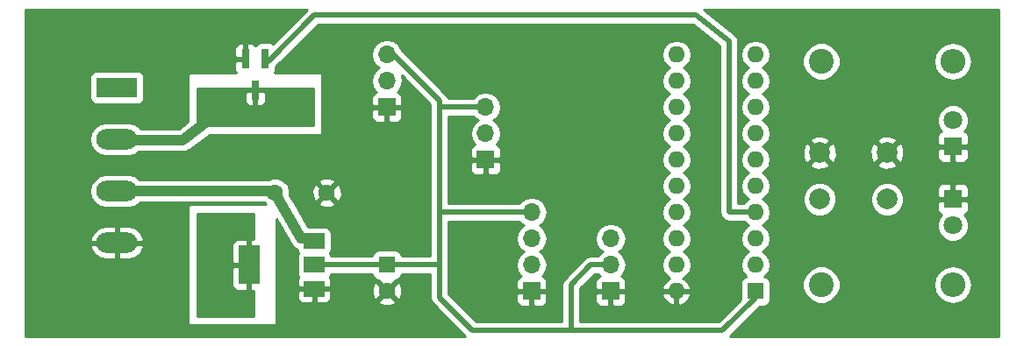
<source format=gbr>
G04 #@! TF.FileFunction,Copper,L1,Top,Signal*
%FSLAX46Y46*%
G04 Gerber Fmt 4.6, Leading zero omitted, Abs format (unit mm)*
G04 Created by KiCad (PCBNEW 4.0.6+dfsg1-1) date Thu Feb 22 09:11:03 2018*
%MOMM*%
%LPD*%
G01*
G04 APERTURE LIST*
%ADD10C,0.100000*%
%ADD11R,2.000000X3.800000*%
%ADD12R,2.000000X1.500000*%
%ADD13R,1.600000X1.600000*%
%ADD14C,1.600000*%
%ADD15R,1.800000X1.800000*%
%ADD16C,1.800000*%
%ADD17R,1.700000X1.700000*%
%ADD18O,1.700000X1.700000*%
%ADD19R,3.960000X1.980000*%
%ADD20O,3.960000X1.980000*%
%ADD21R,0.800000X1.900000*%
%ADD22C,2.400000*%
%ADD23O,2.400000X2.400000*%
%ADD24C,2.000000*%
%ADD25O,1.600000X1.600000*%
%ADD26C,0.500000*%
%ADD27C,1.000000*%
%ADD28C,0.254000*%
G04 APERTURE END LIST*
D10*
D11*
X128930000Y-126365000D03*
D12*
X135230000Y-126365000D03*
X135230000Y-124065000D03*
X135230000Y-128665000D03*
D13*
X142240000Y-126365000D03*
D14*
X142240000Y-128865000D03*
D15*
X196850000Y-114935000D03*
D16*
X196850000Y-112395000D03*
D15*
X196850000Y-120015000D03*
D16*
X196850000Y-122555000D03*
D17*
X151765000Y-116205000D03*
D18*
X151765000Y-113665000D03*
X151765000Y-111125000D03*
D17*
X142240000Y-111125000D03*
D18*
X142240000Y-108585000D03*
X142240000Y-106045000D03*
D17*
X156210000Y-128905000D03*
D18*
X156210000Y-126365000D03*
X156210000Y-123825000D03*
X156210000Y-121285000D03*
D17*
X163830000Y-128905000D03*
D18*
X163830000Y-126365000D03*
X163830000Y-123825000D03*
D19*
X116205000Y-109220000D03*
D20*
X116205000Y-114220000D03*
X116205000Y-124220000D03*
X116205000Y-119220000D03*
D21*
X130490000Y-106450000D03*
X128590000Y-106450000D03*
X129540000Y-109450000D03*
D22*
X184150000Y-106680000D03*
D23*
X196850000Y-106680000D03*
D22*
X184150000Y-128270000D03*
D23*
X196850000Y-128270000D03*
D24*
X190500000Y-115515000D03*
X190500000Y-120015000D03*
X184000000Y-115515000D03*
X184000000Y-120015000D03*
D13*
X177800000Y-128905000D03*
D25*
X170180000Y-106045000D03*
X177800000Y-126365000D03*
X170180000Y-108585000D03*
X177800000Y-123825000D03*
X170180000Y-111125000D03*
X177800000Y-121285000D03*
X170180000Y-113665000D03*
X177800000Y-118745000D03*
X170180000Y-116205000D03*
X177800000Y-116205000D03*
X170180000Y-118745000D03*
X177800000Y-113665000D03*
X170180000Y-121285000D03*
X177800000Y-111125000D03*
X170180000Y-123825000D03*
X177800000Y-108585000D03*
X170180000Y-126365000D03*
X177800000Y-106045000D03*
X170180000Y-128905000D03*
D14*
X131445000Y-119380000D03*
X136445000Y-119380000D03*
D26*
X160020000Y-132715000D02*
X160020000Y-128270000D01*
X147320000Y-110490000D02*
X147320000Y-111125000D01*
X147320000Y-111125000D02*
X147955000Y-111125000D01*
X151765000Y-111125000D02*
X147955000Y-111125000D01*
X147955000Y-111125000D02*
X147320000Y-111125000D01*
X142240000Y-126365000D02*
X135230000Y-126365000D01*
X142240000Y-126365000D02*
X147320000Y-126365000D01*
X147320000Y-126365000D02*
X147320000Y-125730000D01*
X161925000Y-126365000D02*
X163830000Y-126365000D01*
X160020000Y-128270000D02*
X161925000Y-126365000D01*
X156210000Y-121285000D02*
X147320000Y-121285000D01*
X147320000Y-121285000D02*
X147320000Y-121920000D01*
X160020000Y-132715000D02*
X150495000Y-132715000D01*
X147320000Y-111125000D02*
X147320000Y-114300000D01*
X147320000Y-114300000D02*
X147320000Y-121920000D01*
X147320000Y-121920000D02*
X147320000Y-125730000D01*
X147320000Y-125730000D02*
X147320000Y-129540000D01*
X147320000Y-110490000D02*
X142875000Y-106045000D01*
X150495000Y-132715000D02*
X147320000Y-129540000D01*
X142240000Y-106045000D02*
X142875000Y-106045000D01*
X177800000Y-128905000D02*
X177800000Y-129540000D01*
X177800000Y-129540000D02*
X174625000Y-132715000D01*
X174625000Y-132715000D02*
X160020000Y-132715000D01*
X142040000Y-128665000D02*
X142240000Y-128865000D01*
D27*
X125095000Y-112395000D02*
X122555000Y-114300000D01*
X122555000Y-114300000D02*
X122555000Y-114300000D01*
X122555000Y-114300000D02*
X116285000Y-114300000D01*
X116285000Y-114300000D02*
X116205000Y-114220000D01*
D26*
X129540000Y-109450000D02*
X129540000Y-109855000D01*
X175260000Y-104775000D02*
X172085000Y-102235000D01*
X172085000Y-102235000D02*
X135255000Y-102235000D01*
X177800000Y-121285000D02*
X175260000Y-121285000D01*
X175260000Y-104775000D02*
X175260000Y-121285000D01*
X135255000Y-102235000D02*
X130810000Y-106680000D01*
X130810000Y-106680000D02*
X130490000Y-106450000D01*
D27*
X131445000Y-119380000D02*
X133985000Y-123825000D01*
X133985000Y-123825000D02*
X134990000Y-123825000D01*
D26*
X134990000Y-123825000D02*
X135230000Y-124065000D01*
D27*
X116205000Y-119220000D02*
X131285000Y-119220000D01*
D26*
X131285000Y-119220000D02*
X131445000Y-119380000D01*
X135230000Y-124065000D02*
X135230000Y-123800000D01*
D28*
G36*
X135128000Y-112903000D02*
X123952000Y-112903000D01*
X123952000Y-109735750D01*
X128505000Y-109735750D01*
X128505000Y-110526309D01*
X128601673Y-110759698D01*
X128780301Y-110938327D01*
X129013690Y-111035000D01*
X129254250Y-111035000D01*
X129413000Y-110876250D01*
X129413000Y-109577000D01*
X129667000Y-109577000D01*
X129667000Y-110876250D01*
X129825750Y-111035000D01*
X130066310Y-111035000D01*
X130299699Y-110938327D01*
X130478327Y-110759698D01*
X130575000Y-110526309D01*
X130575000Y-109735750D01*
X130416250Y-109577000D01*
X129667000Y-109577000D01*
X129413000Y-109577000D01*
X128663750Y-109577000D01*
X128505000Y-109735750D01*
X123952000Y-109735750D01*
X123952000Y-109347000D01*
X135128000Y-109347000D01*
X135128000Y-112903000D01*
X135128000Y-112903000D01*
G37*
X135128000Y-112903000D02*
X123952000Y-112903000D01*
X123952000Y-109735750D01*
X128505000Y-109735750D01*
X128505000Y-110526309D01*
X128601673Y-110759698D01*
X128780301Y-110938327D01*
X129013690Y-111035000D01*
X129254250Y-111035000D01*
X129413000Y-110876250D01*
X129413000Y-109577000D01*
X129667000Y-109577000D01*
X129667000Y-110876250D01*
X129825750Y-111035000D01*
X130066310Y-111035000D01*
X130299699Y-110938327D01*
X130478327Y-110759698D01*
X130575000Y-110526309D01*
X130575000Y-109735750D01*
X130416250Y-109577000D01*
X129667000Y-109577000D01*
X129413000Y-109577000D01*
X128663750Y-109577000D01*
X128505000Y-109735750D01*
X123952000Y-109735750D01*
X123952000Y-109347000D01*
X135128000Y-109347000D01*
X135128000Y-112903000D01*
G36*
X131256525Y-104981896D02*
X131141890Y-104903569D01*
X130890000Y-104852560D01*
X130090000Y-104852560D01*
X129854683Y-104896838D01*
X129638559Y-105035910D01*
X129543010Y-105175750D01*
X129528327Y-105140302D01*
X129349699Y-104961673D01*
X129116310Y-104865000D01*
X128875750Y-104865000D01*
X128717000Y-105023750D01*
X128717000Y-106323000D01*
X128737000Y-106323000D01*
X128737000Y-106577000D01*
X128717000Y-106577000D01*
X128717000Y-106597000D01*
X128463000Y-106597000D01*
X128463000Y-106577000D01*
X127713750Y-106577000D01*
X127555000Y-106735750D01*
X127555000Y-107526309D01*
X127651673Y-107759698D01*
X127714975Y-107823000D01*
X123190000Y-107823000D01*
X123140590Y-107833006D01*
X123098965Y-107861447D01*
X123071685Y-107903841D01*
X123063000Y-107950000D01*
X123063000Y-112500250D01*
X122176667Y-113165000D01*
X118458121Y-113165000D01*
X118395280Y-113070951D01*
X117868092Y-112718696D01*
X117246231Y-112595000D01*
X115163769Y-112595000D01*
X114541908Y-112718696D01*
X114014720Y-113070951D01*
X113662465Y-113598139D01*
X113538769Y-114220000D01*
X113662465Y-114841861D01*
X114014720Y-115369049D01*
X114541908Y-115721304D01*
X115163769Y-115845000D01*
X117246231Y-115845000D01*
X117868092Y-115721304D01*
X118296577Y-115435000D01*
X122555000Y-115435000D01*
X122694582Y-115407235D01*
X122836685Y-115399490D01*
X122909808Y-115364424D01*
X122989346Y-115348603D01*
X123107676Y-115269537D01*
X123236000Y-115208000D01*
X125124000Y-113792000D01*
X135890000Y-113792000D01*
X135939410Y-113781994D01*
X135981035Y-113753553D01*
X136008315Y-113711159D01*
X136017000Y-113665000D01*
X136017000Y-111410750D01*
X140755000Y-111410750D01*
X140755000Y-112101310D01*
X140851673Y-112334699D01*
X141030302Y-112513327D01*
X141263691Y-112610000D01*
X141954250Y-112610000D01*
X142113000Y-112451250D01*
X142113000Y-111252000D01*
X142367000Y-111252000D01*
X142367000Y-112451250D01*
X142525750Y-112610000D01*
X143216309Y-112610000D01*
X143449698Y-112513327D01*
X143628327Y-112334699D01*
X143725000Y-112101310D01*
X143725000Y-111410750D01*
X143566250Y-111252000D01*
X142367000Y-111252000D01*
X142113000Y-111252000D01*
X140913750Y-111252000D01*
X140755000Y-111410750D01*
X136017000Y-111410750D01*
X136017000Y-107950000D01*
X136006994Y-107900590D01*
X135978553Y-107858965D01*
X135936159Y-107831685D01*
X135890000Y-107823000D01*
X131369517Y-107823000D01*
X131486431Y-107651890D01*
X131537440Y-107400000D01*
X131537440Y-107204140D01*
X135621579Y-103120000D01*
X171774559Y-103120000D01*
X174375000Y-105200353D01*
X174375000Y-121285000D01*
X174442367Y-121623675D01*
X174634210Y-121910790D01*
X174921325Y-122102633D01*
X175260000Y-122170000D01*
X176670527Y-122170000D01*
X176757189Y-122299698D01*
X177139275Y-122555000D01*
X176757189Y-122810302D01*
X176446120Y-123275849D01*
X176336887Y-123825000D01*
X176446120Y-124374151D01*
X176757189Y-124839698D01*
X177139275Y-125095000D01*
X176757189Y-125350302D01*
X176446120Y-125815849D01*
X176336887Y-126365000D01*
X176446120Y-126914151D01*
X176757189Y-127379698D01*
X176901465Y-127476101D01*
X176764683Y-127501838D01*
X176548559Y-127640910D01*
X176403569Y-127853110D01*
X176352560Y-128105000D01*
X176352560Y-129705000D01*
X176357447Y-129730973D01*
X174258420Y-131830000D01*
X160905000Y-131830000D01*
X160905000Y-129190750D01*
X162345000Y-129190750D01*
X162345000Y-129881310D01*
X162441673Y-130114699D01*
X162620302Y-130293327D01*
X162853691Y-130390000D01*
X163544250Y-130390000D01*
X163703000Y-130231250D01*
X163703000Y-129032000D01*
X163957000Y-129032000D01*
X163957000Y-130231250D01*
X164115750Y-130390000D01*
X164806309Y-130390000D01*
X165039698Y-130293327D01*
X165218327Y-130114699D01*
X165315000Y-129881310D01*
X165315000Y-129254039D01*
X168788096Y-129254039D01*
X168948959Y-129642423D01*
X169324866Y-130057389D01*
X169830959Y-130296914D01*
X170053000Y-130175629D01*
X170053000Y-129032000D01*
X170307000Y-129032000D01*
X170307000Y-130175629D01*
X170529041Y-130296914D01*
X171035134Y-130057389D01*
X171411041Y-129642423D01*
X171571904Y-129254039D01*
X171449915Y-129032000D01*
X170307000Y-129032000D01*
X170053000Y-129032000D01*
X168910085Y-129032000D01*
X168788096Y-129254039D01*
X165315000Y-129254039D01*
X165315000Y-129190750D01*
X165156250Y-129032000D01*
X163957000Y-129032000D01*
X163703000Y-129032000D01*
X162503750Y-129032000D01*
X162345000Y-129190750D01*
X160905000Y-129190750D01*
X160905000Y-128636580D01*
X162291579Y-127250000D01*
X162640568Y-127250000D01*
X162750853Y-127415054D01*
X162794777Y-127444403D01*
X162620302Y-127516673D01*
X162441673Y-127695301D01*
X162345000Y-127928690D01*
X162345000Y-128619250D01*
X162503750Y-128778000D01*
X163703000Y-128778000D01*
X163703000Y-128758000D01*
X163957000Y-128758000D01*
X163957000Y-128778000D01*
X165156250Y-128778000D01*
X165315000Y-128619250D01*
X165315000Y-127928690D01*
X165218327Y-127695301D01*
X165039698Y-127516673D01*
X164865223Y-127444403D01*
X164909147Y-127415054D01*
X165231054Y-126933285D01*
X165344093Y-126365000D01*
X165231054Y-125796715D01*
X164909147Y-125314946D01*
X164579974Y-125095000D01*
X164909147Y-124875054D01*
X165231054Y-124393285D01*
X165344093Y-123825000D01*
X165231054Y-123256715D01*
X164909147Y-122774946D01*
X164427378Y-122453039D01*
X163859093Y-122340000D01*
X163800907Y-122340000D01*
X163232622Y-122453039D01*
X162750853Y-122774946D01*
X162428946Y-123256715D01*
X162315907Y-123825000D01*
X162428946Y-124393285D01*
X162750853Y-124875054D01*
X163080026Y-125095000D01*
X162750853Y-125314946D01*
X162640568Y-125480000D01*
X161925005Y-125480000D01*
X161925000Y-125479999D01*
X161642516Y-125536190D01*
X161586325Y-125547367D01*
X161299210Y-125739210D01*
X161299208Y-125739213D01*
X159394210Y-127644210D01*
X159202367Y-127931325D01*
X159202367Y-127931326D01*
X159134999Y-128270000D01*
X159135000Y-128270005D01*
X159135000Y-131830000D01*
X150861579Y-131830000D01*
X148222330Y-129190750D01*
X154725000Y-129190750D01*
X154725000Y-129881310D01*
X154821673Y-130114699D01*
X155000302Y-130293327D01*
X155233691Y-130390000D01*
X155924250Y-130390000D01*
X156083000Y-130231250D01*
X156083000Y-129032000D01*
X156337000Y-129032000D01*
X156337000Y-130231250D01*
X156495750Y-130390000D01*
X157186309Y-130390000D01*
X157419698Y-130293327D01*
X157598327Y-130114699D01*
X157695000Y-129881310D01*
X157695000Y-129190750D01*
X157536250Y-129032000D01*
X156337000Y-129032000D01*
X156083000Y-129032000D01*
X154883750Y-129032000D01*
X154725000Y-129190750D01*
X148222330Y-129190750D01*
X148205000Y-129173420D01*
X148205000Y-122170000D01*
X155020568Y-122170000D01*
X155130853Y-122335054D01*
X155460026Y-122555000D01*
X155130853Y-122774946D01*
X154808946Y-123256715D01*
X154695907Y-123825000D01*
X154808946Y-124393285D01*
X155130853Y-124875054D01*
X155460026Y-125095000D01*
X155130853Y-125314946D01*
X154808946Y-125796715D01*
X154695907Y-126365000D01*
X154808946Y-126933285D01*
X155130853Y-127415054D01*
X155174777Y-127444403D01*
X155000302Y-127516673D01*
X154821673Y-127695301D01*
X154725000Y-127928690D01*
X154725000Y-128619250D01*
X154883750Y-128778000D01*
X156083000Y-128778000D01*
X156083000Y-128758000D01*
X156337000Y-128758000D01*
X156337000Y-128778000D01*
X157536250Y-128778000D01*
X157695000Y-128619250D01*
X157695000Y-127928690D01*
X157598327Y-127695301D01*
X157419698Y-127516673D01*
X157245223Y-127444403D01*
X157289147Y-127415054D01*
X157611054Y-126933285D01*
X157724093Y-126365000D01*
X157611054Y-125796715D01*
X157289147Y-125314946D01*
X156959974Y-125095000D01*
X157289147Y-124875054D01*
X157611054Y-124393285D01*
X157724093Y-123825000D01*
X157611054Y-123256715D01*
X157289147Y-122774946D01*
X156959974Y-122555000D01*
X157289147Y-122335054D01*
X157611054Y-121853285D01*
X157724093Y-121285000D01*
X157611054Y-120716715D01*
X157289147Y-120234946D01*
X156807378Y-119913039D01*
X156239093Y-119800000D01*
X156180907Y-119800000D01*
X155612622Y-119913039D01*
X155130853Y-120234946D01*
X155020568Y-120400000D01*
X148205000Y-120400000D01*
X148205000Y-116490750D01*
X150280000Y-116490750D01*
X150280000Y-117181310D01*
X150376673Y-117414699D01*
X150555302Y-117593327D01*
X150788691Y-117690000D01*
X151479250Y-117690000D01*
X151638000Y-117531250D01*
X151638000Y-116332000D01*
X151892000Y-116332000D01*
X151892000Y-117531250D01*
X152050750Y-117690000D01*
X152741309Y-117690000D01*
X152974698Y-117593327D01*
X153153327Y-117414699D01*
X153250000Y-117181310D01*
X153250000Y-116490750D01*
X153091250Y-116332000D01*
X151892000Y-116332000D01*
X151638000Y-116332000D01*
X150438750Y-116332000D01*
X150280000Y-116490750D01*
X148205000Y-116490750D01*
X148205000Y-112010000D01*
X150575568Y-112010000D01*
X150685853Y-112175054D01*
X151015026Y-112395000D01*
X150685853Y-112614946D01*
X150363946Y-113096715D01*
X150250907Y-113665000D01*
X150363946Y-114233285D01*
X150685853Y-114715054D01*
X150729777Y-114744403D01*
X150555302Y-114816673D01*
X150376673Y-114995301D01*
X150280000Y-115228690D01*
X150280000Y-115919250D01*
X150438750Y-116078000D01*
X151638000Y-116078000D01*
X151638000Y-116058000D01*
X151892000Y-116058000D01*
X151892000Y-116078000D01*
X153091250Y-116078000D01*
X153250000Y-115919250D01*
X153250000Y-115228690D01*
X153153327Y-114995301D01*
X152974698Y-114816673D01*
X152800223Y-114744403D01*
X152844147Y-114715054D01*
X153166054Y-114233285D01*
X153279093Y-113665000D01*
X153166054Y-113096715D01*
X152844147Y-112614946D01*
X152514974Y-112395000D01*
X152844147Y-112175054D01*
X153166054Y-111693285D01*
X153279093Y-111125000D01*
X153166054Y-110556715D01*
X152844147Y-110074946D01*
X152362378Y-109753039D01*
X151794093Y-109640000D01*
X151735907Y-109640000D01*
X151167622Y-109753039D01*
X150685853Y-110074946D01*
X150575568Y-110240000D01*
X148155272Y-110240000D01*
X148137633Y-110151325D01*
X148086598Y-110074946D01*
X147945790Y-109864210D01*
X147945787Y-109864208D01*
X144126580Y-106045000D01*
X168716887Y-106045000D01*
X168826120Y-106594151D01*
X169137189Y-107059698D01*
X169519275Y-107315000D01*
X169137189Y-107570302D01*
X168826120Y-108035849D01*
X168716887Y-108585000D01*
X168826120Y-109134151D01*
X169137189Y-109599698D01*
X169519275Y-109855000D01*
X169137189Y-110110302D01*
X168826120Y-110575849D01*
X168716887Y-111125000D01*
X168826120Y-111674151D01*
X169137189Y-112139698D01*
X169519275Y-112395000D01*
X169137189Y-112650302D01*
X168826120Y-113115849D01*
X168716887Y-113665000D01*
X168826120Y-114214151D01*
X169137189Y-114679698D01*
X169519275Y-114935000D01*
X169137189Y-115190302D01*
X168826120Y-115655849D01*
X168716887Y-116205000D01*
X168826120Y-116754151D01*
X169137189Y-117219698D01*
X169519275Y-117475000D01*
X169137189Y-117730302D01*
X168826120Y-118195849D01*
X168716887Y-118745000D01*
X168826120Y-119294151D01*
X169137189Y-119759698D01*
X169519275Y-120015000D01*
X169137189Y-120270302D01*
X168826120Y-120735849D01*
X168716887Y-121285000D01*
X168826120Y-121834151D01*
X169137189Y-122299698D01*
X169519275Y-122555000D01*
X169137189Y-122810302D01*
X168826120Y-123275849D01*
X168716887Y-123825000D01*
X168826120Y-124374151D01*
X169137189Y-124839698D01*
X169519275Y-125095000D01*
X169137189Y-125350302D01*
X168826120Y-125815849D01*
X168716887Y-126365000D01*
X168826120Y-126914151D01*
X169137189Y-127379698D01*
X169541703Y-127649986D01*
X169324866Y-127752611D01*
X168948959Y-128167577D01*
X168788096Y-128555961D01*
X168910085Y-128778000D01*
X170053000Y-128778000D01*
X170053000Y-128758000D01*
X170307000Y-128758000D01*
X170307000Y-128778000D01*
X171449915Y-128778000D01*
X171571904Y-128555961D01*
X171411041Y-128167577D01*
X171035134Y-127752611D01*
X170818297Y-127649986D01*
X171222811Y-127379698D01*
X171533880Y-126914151D01*
X171643113Y-126365000D01*
X171533880Y-125815849D01*
X171222811Y-125350302D01*
X170840725Y-125095000D01*
X171222811Y-124839698D01*
X171533880Y-124374151D01*
X171643113Y-123825000D01*
X171533880Y-123275849D01*
X171222811Y-122810302D01*
X170840725Y-122555000D01*
X171222811Y-122299698D01*
X171533880Y-121834151D01*
X171643113Y-121285000D01*
X171533880Y-120735849D01*
X171222811Y-120270302D01*
X170840725Y-120015000D01*
X171222811Y-119759698D01*
X171533880Y-119294151D01*
X171643113Y-118745000D01*
X171533880Y-118195849D01*
X171222811Y-117730302D01*
X170840725Y-117475000D01*
X171222811Y-117219698D01*
X171533880Y-116754151D01*
X171643113Y-116205000D01*
X171533880Y-115655849D01*
X171222811Y-115190302D01*
X170840725Y-114935000D01*
X171222811Y-114679698D01*
X171533880Y-114214151D01*
X171643113Y-113665000D01*
X171533880Y-113115849D01*
X171222811Y-112650302D01*
X170840725Y-112395000D01*
X171222811Y-112139698D01*
X171533880Y-111674151D01*
X171643113Y-111125000D01*
X171533880Y-110575849D01*
X171222811Y-110110302D01*
X170840725Y-109855000D01*
X171222811Y-109599698D01*
X171533880Y-109134151D01*
X171643113Y-108585000D01*
X171533880Y-108035849D01*
X171222811Y-107570302D01*
X170840725Y-107315000D01*
X171222811Y-107059698D01*
X171533880Y-106594151D01*
X171643113Y-106045000D01*
X171533880Y-105495849D01*
X171222811Y-105030302D01*
X170757264Y-104719233D01*
X170208113Y-104610000D01*
X170151887Y-104610000D01*
X169602736Y-104719233D01*
X169137189Y-105030302D01*
X168826120Y-105495849D01*
X168716887Y-106045000D01*
X144126580Y-106045000D01*
X143661603Y-105580023D01*
X143641054Y-105476715D01*
X143319147Y-104994946D01*
X142837378Y-104673039D01*
X142269093Y-104560000D01*
X142210907Y-104560000D01*
X141642622Y-104673039D01*
X141160853Y-104994946D01*
X140838946Y-105476715D01*
X140725907Y-106045000D01*
X140838946Y-106613285D01*
X141160853Y-107095054D01*
X141490026Y-107315000D01*
X141160853Y-107534946D01*
X140838946Y-108016715D01*
X140725907Y-108585000D01*
X140838946Y-109153285D01*
X141160853Y-109635054D01*
X141204777Y-109664403D01*
X141030302Y-109736673D01*
X140851673Y-109915301D01*
X140755000Y-110148690D01*
X140755000Y-110839250D01*
X140913750Y-110998000D01*
X142113000Y-110998000D01*
X142113000Y-110978000D01*
X142367000Y-110978000D01*
X142367000Y-110998000D01*
X143566250Y-110998000D01*
X143725000Y-110839250D01*
X143725000Y-110148690D01*
X143628327Y-109915301D01*
X143449698Y-109736673D01*
X143275223Y-109664403D01*
X143319147Y-109635054D01*
X143641054Y-109153285D01*
X143754093Y-108585000D01*
X143652456Y-108074035D01*
X146435000Y-110856579D01*
X146435000Y-125480000D01*
X143671446Y-125480000D01*
X143643162Y-125329683D01*
X143504090Y-125113559D01*
X143291890Y-124968569D01*
X143040000Y-124917560D01*
X141440000Y-124917560D01*
X141204683Y-124961838D01*
X140988559Y-125100910D01*
X140843569Y-125313110D01*
X140809773Y-125480000D01*
X136852038Y-125480000D01*
X136833162Y-125379683D01*
X136726241Y-125213523D01*
X136826431Y-125066890D01*
X136877440Y-124815000D01*
X136877440Y-123315000D01*
X136833162Y-123079683D01*
X136694090Y-122863559D01*
X136481890Y-122718569D01*
X136230000Y-122667560D01*
X134630843Y-122667560D01*
X133328092Y-120387745D01*
X135616861Y-120387745D01*
X135690995Y-120633864D01*
X136228223Y-120826965D01*
X136798454Y-120799778D01*
X137199005Y-120633864D01*
X137273139Y-120387745D01*
X136445000Y-119559605D01*
X135616861Y-120387745D01*
X133328092Y-120387745D01*
X132879805Y-119603244D01*
X132880189Y-119163223D01*
X134998035Y-119163223D01*
X135025222Y-119733454D01*
X135191136Y-120134005D01*
X135437255Y-120208139D01*
X136265395Y-119380000D01*
X136624605Y-119380000D01*
X137452745Y-120208139D01*
X137698864Y-120134005D01*
X137891965Y-119596777D01*
X137864778Y-119026546D01*
X137698864Y-118625995D01*
X137452745Y-118551861D01*
X136624605Y-119380000D01*
X136265395Y-119380000D01*
X135437255Y-118551861D01*
X135191136Y-118625995D01*
X134998035Y-119163223D01*
X132880189Y-119163223D01*
X132880248Y-119095813D01*
X132662243Y-118568200D01*
X132466640Y-118372255D01*
X135616861Y-118372255D01*
X136445000Y-119200395D01*
X137273139Y-118372255D01*
X137199005Y-118126136D01*
X136661777Y-117933035D01*
X136091546Y-117960222D01*
X135690995Y-118126136D01*
X135616861Y-118372255D01*
X132466640Y-118372255D01*
X132258923Y-118164176D01*
X131731691Y-117945250D01*
X131160813Y-117944752D01*
X130821387Y-118085000D01*
X118404667Y-118085000D01*
X118395280Y-118070951D01*
X117868092Y-117718696D01*
X117246231Y-117595000D01*
X115163769Y-117595000D01*
X114541908Y-117718696D01*
X114014720Y-118070951D01*
X113662465Y-118598139D01*
X113538769Y-119220000D01*
X113662465Y-119841861D01*
X114014720Y-120369049D01*
X114541908Y-120721304D01*
X115163769Y-120845000D01*
X117246231Y-120845000D01*
X117868092Y-120721304D01*
X118395280Y-120369049D01*
X118404667Y-120355000D01*
X130390673Y-120355000D01*
X130558380Y-120523000D01*
X123190000Y-120523000D01*
X123140590Y-120533006D01*
X123098965Y-120561447D01*
X123071685Y-120603841D01*
X123063000Y-120650000D01*
X123063000Y-132080000D01*
X123073006Y-132129410D01*
X123101447Y-132171035D01*
X123143841Y-132198315D01*
X123190000Y-132207000D01*
X131445000Y-132207000D01*
X131494410Y-132196994D01*
X131536035Y-132168553D01*
X131563315Y-132126159D01*
X131572000Y-132080000D01*
X131572000Y-128950750D01*
X133595000Y-128950750D01*
X133595000Y-129541310D01*
X133691673Y-129774699D01*
X133870302Y-129953327D01*
X134103691Y-130050000D01*
X134944250Y-130050000D01*
X135103000Y-129891250D01*
X135103000Y-128792000D01*
X135357000Y-128792000D01*
X135357000Y-129891250D01*
X135515750Y-130050000D01*
X136356309Y-130050000D01*
X136589698Y-129953327D01*
X136670280Y-129872745D01*
X141411861Y-129872745D01*
X141485995Y-130118864D01*
X142023223Y-130311965D01*
X142593454Y-130284778D01*
X142994005Y-130118864D01*
X143068139Y-129872745D01*
X142240000Y-129044605D01*
X141411861Y-129872745D01*
X136670280Y-129872745D01*
X136768327Y-129774699D01*
X136865000Y-129541310D01*
X136865000Y-128950750D01*
X136706250Y-128792000D01*
X135357000Y-128792000D01*
X135103000Y-128792000D01*
X133753750Y-128792000D01*
X133595000Y-128950750D01*
X131572000Y-128950750D01*
X131572000Y-128648223D01*
X140793035Y-128648223D01*
X140820222Y-129218454D01*
X140986136Y-129619005D01*
X141232255Y-129693139D01*
X142060395Y-128865000D01*
X142419605Y-128865000D01*
X143247745Y-129693139D01*
X143493864Y-129619005D01*
X143686965Y-129081777D01*
X143659778Y-128511546D01*
X143493864Y-128110995D01*
X143247745Y-128036861D01*
X142419605Y-128865000D01*
X142060395Y-128865000D01*
X141232255Y-128036861D01*
X140986136Y-128110995D01*
X140793035Y-128648223D01*
X131572000Y-128648223D01*
X131572000Y-121889916D01*
X132999544Y-124388118D01*
X133098570Y-124502054D01*
X133182434Y-124627566D01*
X133242592Y-124667762D01*
X133290054Y-124722371D01*
X133425142Y-124789738D01*
X133550654Y-124873603D01*
X133595256Y-124882475D01*
X133626838Y-125050317D01*
X133733759Y-125216477D01*
X133633569Y-125363110D01*
X133582560Y-125615000D01*
X133582560Y-127115000D01*
X133626838Y-127350317D01*
X133732482Y-127514492D01*
X133691673Y-127555301D01*
X133595000Y-127788690D01*
X133595000Y-128379250D01*
X133753750Y-128538000D01*
X135103000Y-128538000D01*
X135103000Y-128518000D01*
X135357000Y-128518000D01*
X135357000Y-128538000D01*
X136706250Y-128538000D01*
X136865000Y-128379250D01*
X136865000Y-127788690D01*
X136768327Y-127555301D01*
X136726366Y-127513340D01*
X136826431Y-127366890D01*
X136850102Y-127250000D01*
X140808554Y-127250000D01*
X140836838Y-127400317D01*
X140975910Y-127616441D01*
X141188110Y-127761431D01*
X141426201Y-127809646D01*
X141411861Y-127857255D01*
X142240000Y-128685395D01*
X143068139Y-127857255D01*
X143053855Y-127809833D01*
X143275317Y-127768162D01*
X143491441Y-127629090D01*
X143636431Y-127416890D01*
X143670227Y-127250000D01*
X146435000Y-127250000D01*
X146435000Y-129539995D01*
X146434999Y-129540000D01*
X146481685Y-129774699D01*
X146502367Y-129878675D01*
X146616842Y-130050000D01*
X146694210Y-130165790D01*
X149803421Y-133275000D01*
X107390000Y-133275000D01*
X107390000Y-124598865D01*
X113634782Y-124598865D01*
X113665095Y-124724528D01*
X113976149Y-125279246D01*
X114475807Y-125672703D01*
X115088000Y-125845000D01*
X116078000Y-125845000D01*
X116078000Y-124347000D01*
X116332000Y-124347000D01*
X116332000Y-125845000D01*
X117322000Y-125845000D01*
X117934193Y-125672703D01*
X118433851Y-125279246D01*
X118744905Y-124724528D01*
X118775218Y-124598865D01*
X118655740Y-124347000D01*
X116332000Y-124347000D01*
X116078000Y-124347000D01*
X113754260Y-124347000D01*
X113634782Y-124598865D01*
X107390000Y-124598865D01*
X107390000Y-123841135D01*
X113634782Y-123841135D01*
X113754260Y-124093000D01*
X116078000Y-124093000D01*
X116078000Y-122595000D01*
X116332000Y-122595000D01*
X116332000Y-124093000D01*
X118655740Y-124093000D01*
X118775218Y-123841135D01*
X118744905Y-123715472D01*
X118433851Y-123160754D01*
X117934193Y-122767297D01*
X117322000Y-122595000D01*
X116332000Y-122595000D01*
X116078000Y-122595000D01*
X115088000Y-122595000D01*
X114475807Y-122767297D01*
X113976149Y-123160754D01*
X113665095Y-123715472D01*
X113634782Y-123841135D01*
X107390000Y-123841135D01*
X107390000Y-108230000D01*
X113577560Y-108230000D01*
X113577560Y-110210000D01*
X113621838Y-110445317D01*
X113760910Y-110661441D01*
X113973110Y-110806431D01*
X114225000Y-110857440D01*
X118185000Y-110857440D01*
X118420317Y-110813162D01*
X118636441Y-110674090D01*
X118781431Y-110461890D01*
X118832440Y-110210000D01*
X118832440Y-108230000D01*
X118788162Y-107994683D01*
X118649090Y-107778559D01*
X118436890Y-107633569D01*
X118185000Y-107582560D01*
X114225000Y-107582560D01*
X113989683Y-107626838D01*
X113773559Y-107765910D01*
X113628569Y-107978110D01*
X113577560Y-108230000D01*
X107390000Y-108230000D01*
X107390000Y-105373691D01*
X127555000Y-105373691D01*
X127555000Y-106164250D01*
X127713750Y-106323000D01*
X128463000Y-106323000D01*
X128463000Y-105023750D01*
X128304250Y-104865000D01*
X128063690Y-104865000D01*
X127830301Y-104961673D01*
X127651673Y-105140302D01*
X127555000Y-105373691D01*
X107390000Y-105373691D01*
X107390000Y-101675000D01*
X134563421Y-101675000D01*
X131256525Y-104981896D01*
X131256525Y-104981896D01*
G37*
X131256525Y-104981896D02*
X131141890Y-104903569D01*
X130890000Y-104852560D01*
X130090000Y-104852560D01*
X129854683Y-104896838D01*
X129638559Y-105035910D01*
X129543010Y-105175750D01*
X129528327Y-105140302D01*
X129349699Y-104961673D01*
X129116310Y-104865000D01*
X128875750Y-104865000D01*
X128717000Y-105023750D01*
X128717000Y-106323000D01*
X128737000Y-106323000D01*
X128737000Y-106577000D01*
X128717000Y-106577000D01*
X128717000Y-106597000D01*
X128463000Y-106597000D01*
X128463000Y-106577000D01*
X127713750Y-106577000D01*
X127555000Y-106735750D01*
X127555000Y-107526309D01*
X127651673Y-107759698D01*
X127714975Y-107823000D01*
X123190000Y-107823000D01*
X123140590Y-107833006D01*
X123098965Y-107861447D01*
X123071685Y-107903841D01*
X123063000Y-107950000D01*
X123063000Y-112500250D01*
X122176667Y-113165000D01*
X118458121Y-113165000D01*
X118395280Y-113070951D01*
X117868092Y-112718696D01*
X117246231Y-112595000D01*
X115163769Y-112595000D01*
X114541908Y-112718696D01*
X114014720Y-113070951D01*
X113662465Y-113598139D01*
X113538769Y-114220000D01*
X113662465Y-114841861D01*
X114014720Y-115369049D01*
X114541908Y-115721304D01*
X115163769Y-115845000D01*
X117246231Y-115845000D01*
X117868092Y-115721304D01*
X118296577Y-115435000D01*
X122555000Y-115435000D01*
X122694582Y-115407235D01*
X122836685Y-115399490D01*
X122909808Y-115364424D01*
X122989346Y-115348603D01*
X123107676Y-115269537D01*
X123236000Y-115208000D01*
X125124000Y-113792000D01*
X135890000Y-113792000D01*
X135939410Y-113781994D01*
X135981035Y-113753553D01*
X136008315Y-113711159D01*
X136017000Y-113665000D01*
X136017000Y-111410750D01*
X140755000Y-111410750D01*
X140755000Y-112101310D01*
X140851673Y-112334699D01*
X141030302Y-112513327D01*
X141263691Y-112610000D01*
X141954250Y-112610000D01*
X142113000Y-112451250D01*
X142113000Y-111252000D01*
X142367000Y-111252000D01*
X142367000Y-112451250D01*
X142525750Y-112610000D01*
X143216309Y-112610000D01*
X143449698Y-112513327D01*
X143628327Y-112334699D01*
X143725000Y-112101310D01*
X143725000Y-111410750D01*
X143566250Y-111252000D01*
X142367000Y-111252000D01*
X142113000Y-111252000D01*
X140913750Y-111252000D01*
X140755000Y-111410750D01*
X136017000Y-111410750D01*
X136017000Y-107950000D01*
X136006994Y-107900590D01*
X135978553Y-107858965D01*
X135936159Y-107831685D01*
X135890000Y-107823000D01*
X131369517Y-107823000D01*
X131486431Y-107651890D01*
X131537440Y-107400000D01*
X131537440Y-107204140D01*
X135621579Y-103120000D01*
X171774559Y-103120000D01*
X174375000Y-105200353D01*
X174375000Y-121285000D01*
X174442367Y-121623675D01*
X174634210Y-121910790D01*
X174921325Y-122102633D01*
X175260000Y-122170000D01*
X176670527Y-122170000D01*
X176757189Y-122299698D01*
X177139275Y-122555000D01*
X176757189Y-122810302D01*
X176446120Y-123275849D01*
X176336887Y-123825000D01*
X176446120Y-124374151D01*
X176757189Y-124839698D01*
X177139275Y-125095000D01*
X176757189Y-125350302D01*
X176446120Y-125815849D01*
X176336887Y-126365000D01*
X176446120Y-126914151D01*
X176757189Y-127379698D01*
X176901465Y-127476101D01*
X176764683Y-127501838D01*
X176548559Y-127640910D01*
X176403569Y-127853110D01*
X176352560Y-128105000D01*
X176352560Y-129705000D01*
X176357447Y-129730973D01*
X174258420Y-131830000D01*
X160905000Y-131830000D01*
X160905000Y-129190750D01*
X162345000Y-129190750D01*
X162345000Y-129881310D01*
X162441673Y-130114699D01*
X162620302Y-130293327D01*
X162853691Y-130390000D01*
X163544250Y-130390000D01*
X163703000Y-130231250D01*
X163703000Y-129032000D01*
X163957000Y-129032000D01*
X163957000Y-130231250D01*
X164115750Y-130390000D01*
X164806309Y-130390000D01*
X165039698Y-130293327D01*
X165218327Y-130114699D01*
X165315000Y-129881310D01*
X165315000Y-129254039D01*
X168788096Y-129254039D01*
X168948959Y-129642423D01*
X169324866Y-130057389D01*
X169830959Y-130296914D01*
X170053000Y-130175629D01*
X170053000Y-129032000D01*
X170307000Y-129032000D01*
X170307000Y-130175629D01*
X170529041Y-130296914D01*
X171035134Y-130057389D01*
X171411041Y-129642423D01*
X171571904Y-129254039D01*
X171449915Y-129032000D01*
X170307000Y-129032000D01*
X170053000Y-129032000D01*
X168910085Y-129032000D01*
X168788096Y-129254039D01*
X165315000Y-129254039D01*
X165315000Y-129190750D01*
X165156250Y-129032000D01*
X163957000Y-129032000D01*
X163703000Y-129032000D01*
X162503750Y-129032000D01*
X162345000Y-129190750D01*
X160905000Y-129190750D01*
X160905000Y-128636580D01*
X162291579Y-127250000D01*
X162640568Y-127250000D01*
X162750853Y-127415054D01*
X162794777Y-127444403D01*
X162620302Y-127516673D01*
X162441673Y-127695301D01*
X162345000Y-127928690D01*
X162345000Y-128619250D01*
X162503750Y-128778000D01*
X163703000Y-128778000D01*
X163703000Y-128758000D01*
X163957000Y-128758000D01*
X163957000Y-128778000D01*
X165156250Y-128778000D01*
X165315000Y-128619250D01*
X165315000Y-127928690D01*
X165218327Y-127695301D01*
X165039698Y-127516673D01*
X164865223Y-127444403D01*
X164909147Y-127415054D01*
X165231054Y-126933285D01*
X165344093Y-126365000D01*
X165231054Y-125796715D01*
X164909147Y-125314946D01*
X164579974Y-125095000D01*
X164909147Y-124875054D01*
X165231054Y-124393285D01*
X165344093Y-123825000D01*
X165231054Y-123256715D01*
X164909147Y-122774946D01*
X164427378Y-122453039D01*
X163859093Y-122340000D01*
X163800907Y-122340000D01*
X163232622Y-122453039D01*
X162750853Y-122774946D01*
X162428946Y-123256715D01*
X162315907Y-123825000D01*
X162428946Y-124393285D01*
X162750853Y-124875054D01*
X163080026Y-125095000D01*
X162750853Y-125314946D01*
X162640568Y-125480000D01*
X161925005Y-125480000D01*
X161925000Y-125479999D01*
X161642516Y-125536190D01*
X161586325Y-125547367D01*
X161299210Y-125739210D01*
X161299208Y-125739213D01*
X159394210Y-127644210D01*
X159202367Y-127931325D01*
X159202367Y-127931326D01*
X159134999Y-128270000D01*
X159135000Y-128270005D01*
X159135000Y-131830000D01*
X150861579Y-131830000D01*
X148222330Y-129190750D01*
X154725000Y-129190750D01*
X154725000Y-129881310D01*
X154821673Y-130114699D01*
X155000302Y-130293327D01*
X155233691Y-130390000D01*
X155924250Y-130390000D01*
X156083000Y-130231250D01*
X156083000Y-129032000D01*
X156337000Y-129032000D01*
X156337000Y-130231250D01*
X156495750Y-130390000D01*
X157186309Y-130390000D01*
X157419698Y-130293327D01*
X157598327Y-130114699D01*
X157695000Y-129881310D01*
X157695000Y-129190750D01*
X157536250Y-129032000D01*
X156337000Y-129032000D01*
X156083000Y-129032000D01*
X154883750Y-129032000D01*
X154725000Y-129190750D01*
X148222330Y-129190750D01*
X148205000Y-129173420D01*
X148205000Y-122170000D01*
X155020568Y-122170000D01*
X155130853Y-122335054D01*
X155460026Y-122555000D01*
X155130853Y-122774946D01*
X154808946Y-123256715D01*
X154695907Y-123825000D01*
X154808946Y-124393285D01*
X155130853Y-124875054D01*
X155460026Y-125095000D01*
X155130853Y-125314946D01*
X154808946Y-125796715D01*
X154695907Y-126365000D01*
X154808946Y-126933285D01*
X155130853Y-127415054D01*
X155174777Y-127444403D01*
X155000302Y-127516673D01*
X154821673Y-127695301D01*
X154725000Y-127928690D01*
X154725000Y-128619250D01*
X154883750Y-128778000D01*
X156083000Y-128778000D01*
X156083000Y-128758000D01*
X156337000Y-128758000D01*
X156337000Y-128778000D01*
X157536250Y-128778000D01*
X157695000Y-128619250D01*
X157695000Y-127928690D01*
X157598327Y-127695301D01*
X157419698Y-127516673D01*
X157245223Y-127444403D01*
X157289147Y-127415054D01*
X157611054Y-126933285D01*
X157724093Y-126365000D01*
X157611054Y-125796715D01*
X157289147Y-125314946D01*
X156959974Y-125095000D01*
X157289147Y-124875054D01*
X157611054Y-124393285D01*
X157724093Y-123825000D01*
X157611054Y-123256715D01*
X157289147Y-122774946D01*
X156959974Y-122555000D01*
X157289147Y-122335054D01*
X157611054Y-121853285D01*
X157724093Y-121285000D01*
X157611054Y-120716715D01*
X157289147Y-120234946D01*
X156807378Y-119913039D01*
X156239093Y-119800000D01*
X156180907Y-119800000D01*
X155612622Y-119913039D01*
X155130853Y-120234946D01*
X155020568Y-120400000D01*
X148205000Y-120400000D01*
X148205000Y-116490750D01*
X150280000Y-116490750D01*
X150280000Y-117181310D01*
X150376673Y-117414699D01*
X150555302Y-117593327D01*
X150788691Y-117690000D01*
X151479250Y-117690000D01*
X151638000Y-117531250D01*
X151638000Y-116332000D01*
X151892000Y-116332000D01*
X151892000Y-117531250D01*
X152050750Y-117690000D01*
X152741309Y-117690000D01*
X152974698Y-117593327D01*
X153153327Y-117414699D01*
X153250000Y-117181310D01*
X153250000Y-116490750D01*
X153091250Y-116332000D01*
X151892000Y-116332000D01*
X151638000Y-116332000D01*
X150438750Y-116332000D01*
X150280000Y-116490750D01*
X148205000Y-116490750D01*
X148205000Y-112010000D01*
X150575568Y-112010000D01*
X150685853Y-112175054D01*
X151015026Y-112395000D01*
X150685853Y-112614946D01*
X150363946Y-113096715D01*
X150250907Y-113665000D01*
X150363946Y-114233285D01*
X150685853Y-114715054D01*
X150729777Y-114744403D01*
X150555302Y-114816673D01*
X150376673Y-114995301D01*
X150280000Y-115228690D01*
X150280000Y-115919250D01*
X150438750Y-116078000D01*
X151638000Y-116078000D01*
X151638000Y-116058000D01*
X151892000Y-116058000D01*
X151892000Y-116078000D01*
X153091250Y-116078000D01*
X153250000Y-115919250D01*
X153250000Y-115228690D01*
X153153327Y-114995301D01*
X152974698Y-114816673D01*
X152800223Y-114744403D01*
X152844147Y-114715054D01*
X153166054Y-114233285D01*
X153279093Y-113665000D01*
X153166054Y-113096715D01*
X152844147Y-112614946D01*
X152514974Y-112395000D01*
X152844147Y-112175054D01*
X153166054Y-111693285D01*
X153279093Y-111125000D01*
X153166054Y-110556715D01*
X152844147Y-110074946D01*
X152362378Y-109753039D01*
X151794093Y-109640000D01*
X151735907Y-109640000D01*
X151167622Y-109753039D01*
X150685853Y-110074946D01*
X150575568Y-110240000D01*
X148155272Y-110240000D01*
X148137633Y-110151325D01*
X148086598Y-110074946D01*
X147945790Y-109864210D01*
X147945787Y-109864208D01*
X144126580Y-106045000D01*
X168716887Y-106045000D01*
X168826120Y-106594151D01*
X169137189Y-107059698D01*
X169519275Y-107315000D01*
X169137189Y-107570302D01*
X168826120Y-108035849D01*
X168716887Y-108585000D01*
X168826120Y-109134151D01*
X169137189Y-109599698D01*
X169519275Y-109855000D01*
X169137189Y-110110302D01*
X168826120Y-110575849D01*
X168716887Y-111125000D01*
X168826120Y-111674151D01*
X169137189Y-112139698D01*
X169519275Y-112395000D01*
X169137189Y-112650302D01*
X168826120Y-113115849D01*
X168716887Y-113665000D01*
X168826120Y-114214151D01*
X169137189Y-114679698D01*
X169519275Y-114935000D01*
X169137189Y-115190302D01*
X168826120Y-115655849D01*
X168716887Y-116205000D01*
X168826120Y-116754151D01*
X169137189Y-117219698D01*
X169519275Y-117475000D01*
X169137189Y-117730302D01*
X168826120Y-118195849D01*
X168716887Y-118745000D01*
X168826120Y-119294151D01*
X169137189Y-119759698D01*
X169519275Y-120015000D01*
X169137189Y-120270302D01*
X168826120Y-120735849D01*
X168716887Y-121285000D01*
X168826120Y-121834151D01*
X169137189Y-122299698D01*
X169519275Y-122555000D01*
X169137189Y-122810302D01*
X168826120Y-123275849D01*
X168716887Y-123825000D01*
X168826120Y-124374151D01*
X169137189Y-124839698D01*
X169519275Y-125095000D01*
X169137189Y-125350302D01*
X168826120Y-125815849D01*
X168716887Y-126365000D01*
X168826120Y-126914151D01*
X169137189Y-127379698D01*
X169541703Y-127649986D01*
X169324866Y-127752611D01*
X168948959Y-128167577D01*
X168788096Y-128555961D01*
X168910085Y-128778000D01*
X170053000Y-128778000D01*
X170053000Y-128758000D01*
X170307000Y-128758000D01*
X170307000Y-128778000D01*
X171449915Y-128778000D01*
X171571904Y-128555961D01*
X171411041Y-128167577D01*
X171035134Y-127752611D01*
X170818297Y-127649986D01*
X171222811Y-127379698D01*
X171533880Y-126914151D01*
X171643113Y-126365000D01*
X171533880Y-125815849D01*
X171222811Y-125350302D01*
X170840725Y-125095000D01*
X171222811Y-124839698D01*
X171533880Y-124374151D01*
X171643113Y-123825000D01*
X171533880Y-123275849D01*
X171222811Y-122810302D01*
X170840725Y-122555000D01*
X171222811Y-122299698D01*
X171533880Y-121834151D01*
X171643113Y-121285000D01*
X171533880Y-120735849D01*
X171222811Y-120270302D01*
X170840725Y-120015000D01*
X171222811Y-119759698D01*
X171533880Y-119294151D01*
X171643113Y-118745000D01*
X171533880Y-118195849D01*
X171222811Y-117730302D01*
X170840725Y-117475000D01*
X171222811Y-117219698D01*
X171533880Y-116754151D01*
X171643113Y-116205000D01*
X171533880Y-115655849D01*
X171222811Y-115190302D01*
X170840725Y-114935000D01*
X171222811Y-114679698D01*
X171533880Y-114214151D01*
X171643113Y-113665000D01*
X171533880Y-113115849D01*
X171222811Y-112650302D01*
X170840725Y-112395000D01*
X171222811Y-112139698D01*
X171533880Y-111674151D01*
X171643113Y-111125000D01*
X171533880Y-110575849D01*
X171222811Y-110110302D01*
X170840725Y-109855000D01*
X171222811Y-109599698D01*
X171533880Y-109134151D01*
X171643113Y-108585000D01*
X171533880Y-108035849D01*
X171222811Y-107570302D01*
X170840725Y-107315000D01*
X171222811Y-107059698D01*
X171533880Y-106594151D01*
X171643113Y-106045000D01*
X171533880Y-105495849D01*
X171222811Y-105030302D01*
X170757264Y-104719233D01*
X170208113Y-104610000D01*
X170151887Y-104610000D01*
X169602736Y-104719233D01*
X169137189Y-105030302D01*
X168826120Y-105495849D01*
X168716887Y-106045000D01*
X144126580Y-106045000D01*
X143661603Y-105580023D01*
X143641054Y-105476715D01*
X143319147Y-104994946D01*
X142837378Y-104673039D01*
X142269093Y-104560000D01*
X142210907Y-104560000D01*
X141642622Y-104673039D01*
X141160853Y-104994946D01*
X140838946Y-105476715D01*
X140725907Y-106045000D01*
X140838946Y-106613285D01*
X141160853Y-107095054D01*
X141490026Y-107315000D01*
X141160853Y-107534946D01*
X140838946Y-108016715D01*
X140725907Y-108585000D01*
X140838946Y-109153285D01*
X141160853Y-109635054D01*
X141204777Y-109664403D01*
X141030302Y-109736673D01*
X140851673Y-109915301D01*
X140755000Y-110148690D01*
X140755000Y-110839250D01*
X140913750Y-110998000D01*
X142113000Y-110998000D01*
X142113000Y-110978000D01*
X142367000Y-110978000D01*
X142367000Y-110998000D01*
X143566250Y-110998000D01*
X143725000Y-110839250D01*
X143725000Y-110148690D01*
X143628327Y-109915301D01*
X143449698Y-109736673D01*
X143275223Y-109664403D01*
X143319147Y-109635054D01*
X143641054Y-109153285D01*
X143754093Y-108585000D01*
X143652456Y-108074035D01*
X146435000Y-110856579D01*
X146435000Y-125480000D01*
X143671446Y-125480000D01*
X143643162Y-125329683D01*
X143504090Y-125113559D01*
X143291890Y-124968569D01*
X143040000Y-124917560D01*
X141440000Y-124917560D01*
X141204683Y-124961838D01*
X140988559Y-125100910D01*
X140843569Y-125313110D01*
X140809773Y-125480000D01*
X136852038Y-125480000D01*
X136833162Y-125379683D01*
X136726241Y-125213523D01*
X136826431Y-125066890D01*
X136877440Y-124815000D01*
X136877440Y-123315000D01*
X136833162Y-123079683D01*
X136694090Y-122863559D01*
X136481890Y-122718569D01*
X136230000Y-122667560D01*
X134630843Y-122667560D01*
X133328092Y-120387745D01*
X135616861Y-120387745D01*
X135690995Y-120633864D01*
X136228223Y-120826965D01*
X136798454Y-120799778D01*
X137199005Y-120633864D01*
X137273139Y-120387745D01*
X136445000Y-119559605D01*
X135616861Y-120387745D01*
X133328092Y-120387745D01*
X132879805Y-119603244D01*
X132880189Y-119163223D01*
X134998035Y-119163223D01*
X135025222Y-119733454D01*
X135191136Y-120134005D01*
X135437255Y-120208139D01*
X136265395Y-119380000D01*
X136624605Y-119380000D01*
X137452745Y-120208139D01*
X137698864Y-120134005D01*
X137891965Y-119596777D01*
X137864778Y-119026546D01*
X137698864Y-118625995D01*
X137452745Y-118551861D01*
X136624605Y-119380000D01*
X136265395Y-119380000D01*
X135437255Y-118551861D01*
X135191136Y-118625995D01*
X134998035Y-119163223D01*
X132880189Y-119163223D01*
X132880248Y-119095813D01*
X132662243Y-118568200D01*
X132466640Y-118372255D01*
X135616861Y-118372255D01*
X136445000Y-119200395D01*
X137273139Y-118372255D01*
X137199005Y-118126136D01*
X136661777Y-117933035D01*
X136091546Y-117960222D01*
X135690995Y-118126136D01*
X135616861Y-118372255D01*
X132466640Y-118372255D01*
X132258923Y-118164176D01*
X131731691Y-117945250D01*
X131160813Y-117944752D01*
X130821387Y-118085000D01*
X118404667Y-118085000D01*
X118395280Y-118070951D01*
X117868092Y-117718696D01*
X117246231Y-117595000D01*
X115163769Y-117595000D01*
X114541908Y-117718696D01*
X114014720Y-118070951D01*
X113662465Y-118598139D01*
X113538769Y-119220000D01*
X113662465Y-119841861D01*
X114014720Y-120369049D01*
X114541908Y-120721304D01*
X115163769Y-120845000D01*
X117246231Y-120845000D01*
X117868092Y-120721304D01*
X118395280Y-120369049D01*
X118404667Y-120355000D01*
X130390673Y-120355000D01*
X130558380Y-120523000D01*
X123190000Y-120523000D01*
X123140590Y-120533006D01*
X123098965Y-120561447D01*
X123071685Y-120603841D01*
X123063000Y-120650000D01*
X123063000Y-132080000D01*
X123073006Y-132129410D01*
X123101447Y-132171035D01*
X123143841Y-132198315D01*
X123190000Y-132207000D01*
X131445000Y-132207000D01*
X131494410Y-132196994D01*
X131536035Y-132168553D01*
X131563315Y-132126159D01*
X131572000Y-132080000D01*
X131572000Y-128950750D01*
X133595000Y-128950750D01*
X133595000Y-129541310D01*
X133691673Y-129774699D01*
X133870302Y-129953327D01*
X134103691Y-130050000D01*
X134944250Y-130050000D01*
X135103000Y-129891250D01*
X135103000Y-128792000D01*
X135357000Y-128792000D01*
X135357000Y-129891250D01*
X135515750Y-130050000D01*
X136356309Y-130050000D01*
X136589698Y-129953327D01*
X136670280Y-129872745D01*
X141411861Y-129872745D01*
X141485995Y-130118864D01*
X142023223Y-130311965D01*
X142593454Y-130284778D01*
X142994005Y-130118864D01*
X143068139Y-129872745D01*
X142240000Y-129044605D01*
X141411861Y-129872745D01*
X136670280Y-129872745D01*
X136768327Y-129774699D01*
X136865000Y-129541310D01*
X136865000Y-128950750D01*
X136706250Y-128792000D01*
X135357000Y-128792000D01*
X135103000Y-128792000D01*
X133753750Y-128792000D01*
X133595000Y-128950750D01*
X131572000Y-128950750D01*
X131572000Y-128648223D01*
X140793035Y-128648223D01*
X140820222Y-129218454D01*
X140986136Y-129619005D01*
X141232255Y-129693139D01*
X142060395Y-128865000D01*
X142419605Y-128865000D01*
X143247745Y-129693139D01*
X143493864Y-129619005D01*
X143686965Y-129081777D01*
X143659778Y-128511546D01*
X143493864Y-128110995D01*
X143247745Y-128036861D01*
X142419605Y-128865000D01*
X142060395Y-128865000D01*
X141232255Y-128036861D01*
X140986136Y-128110995D01*
X140793035Y-128648223D01*
X131572000Y-128648223D01*
X131572000Y-121889916D01*
X132999544Y-124388118D01*
X133098570Y-124502054D01*
X133182434Y-124627566D01*
X133242592Y-124667762D01*
X133290054Y-124722371D01*
X133425142Y-124789738D01*
X133550654Y-124873603D01*
X133595256Y-124882475D01*
X133626838Y-125050317D01*
X133733759Y-125216477D01*
X133633569Y-125363110D01*
X133582560Y-125615000D01*
X133582560Y-127115000D01*
X133626838Y-127350317D01*
X133732482Y-127514492D01*
X133691673Y-127555301D01*
X133595000Y-127788690D01*
X133595000Y-128379250D01*
X133753750Y-128538000D01*
X135103000Y-128538000D01*
X135103000Y-128518000D01*
X135357000Y-128518000D01*
X135357000Y-128538000D01*
X136706250Y-128538000D01*
X136865000Y-128379250D01*
X136865000Y-127788690D01*
X136768327Y-127555301D01*
X136726366Y-127513340D01*
X136826431Y-127366890D01*
X136850102Y-127250000D01*
X140808554Y-127250000D01*
X140836838Y-127400317D01*
X140975910Y-127616441D01*
X141188110Y-127761431D01*
X141426201Y-127809646D01*
X141411861Y-127857255D01*
X142240000Y-128685395D01*
X143068139Y-127857255D01*
X143053855Y-127809833D01*
X143275317Y-127768162D01*
X143491441Y-127629090D01*
X143636431Y-127416890D01*
X143670227Y-127250000D01*
X146435000Y-127250000D01*
X146435000Y-129539995D01*
X146434999Y-129540000D01*
X146481685Y-129774699D01*
X146502367Y-129878675D01*
X146616842Y-130050000D01*
X146694210Y-130165790D01*
X149803421Y-133275000D01*
X107390000Y-133275000D01*
X107390000Y-124598865D01*
X113634782Y-124598865D01*
X113665095Y-124724528D01*
X113976149Y-125279246D01*
X114475807Y-125672703D01*
X115088000Y-125845000D01*
X116078000Y-125845000D01*
X116078000Y-124347000D01*
X116332000Y-124347000D01*
X116332000Y-125845000D01*
X117322000Y-125845000D01*
X117934193Y-125672703D01*
X118433851Y-125279246D01*
X118744905Y-124724528D01*
X118775218Y-124598865D01*
X118655740Y-124347000D01*
X116332000Y-124347000D01*
X116078000Y-124347000D01*
X113754260Y-124347000D01*
X113634782Y-124598865D01*
X107390000Y-124598865D01*
X107390000Y-123841135D01*
X113634782Y-123841135D01*
X113754260Y-124093000D01*
X116078000Y-124093000D01*
X116078000Y-122595000D01*
X116332000Y-122595000D01*
X116332000Y-124093000D01*
X118655740Y-124093000D01*
X118775218Y-123841135D01*
X118744905Y-123715472D01*
X118433851Y-123160754D01*
X117934193Y-122767297D01*
X117322000Y-122595000D01*
X116332000Y-122595000D01*
X116078000Y-122595000D01*
X115088000Y-122595000D01*
X114475807Y-122767297D01*
X113976149Y-123160754D01*
X113665095Y-123715472D01*
X113634782Y-123841135D01*
X107390000Y-123841135D01*
X107390000Y-108230000D01*
X113577560Y-108230000D01*
X113577560Y-110210000D01*
X113621838Y-110445317D01*
X113760910Y-110661441D01*
X113973110Y-110806431D01*
X114225000Y-110857440D01*
X118185000Y-110857440D01*
X118420317Y-110813162D01*
X118636441Y-110674090D01*
X118781431Y-110461890D01*
X118832440Y-110210000D01*
X118832440Y-108230000D01*
X118788162Y-107994683D01*
X118649090Y-107778559D01*
X118436890Y-107633569D01*
X118185000Y-107582560D01*
X114225000Y-107582560D01*
X113989683Y-107626838D01*
X113773559Y-107765910D01*
X113628569Y-107978110D01*
X113577560Y-108230000D01*
X107390000Y-108230000D01*
X107390000Y-105373691D01*
X127555000Y-105373691D01*
X127555000Y-106164250D01*
X127713750Y-106323000D01*
X128463000Y-106323000D01*
X128463000Y-105023750D01*
X128304250Y-104865000D01*
X128063690Y-104865000D01*
X127830301Y-104961673D01*
X127651673Y-105140302D01*
X127555000Y-105373691D01*
X107390000Y-105373691D01*
X107390000Y-101675000D01*
X134563421Y-101675000D01*
X131256525Y-104981896D01*
G36*
X201220000Y-133275000D02*
X175316580Y-133275000D01*
X178239139Y-130352440D01*
X178600000Y-130352440D01*
X178835317Y-130308162D01*
X179051441Y-130169090D01*
X179196431Y-129956890D01*
X179247440Y-129705000D01*
X179247440Y-128633403D01*
X182314682Y-128633403D01*
X182593455Y-129308086D01*
X183109199Y-129824730D01*
X183783395Y-130104681D01*
X184513403Y-130105318D01*
X185188086Y-129826545D01*
X185704730Y-129310801D01*
X185984681Y-128636605D01*
X185985000Y-128270000D01*
X194979050Y-128270000D01*
X195118731Y-128972224D01*
X195516509Y-129567541D01*
X196111826Y-129965319D01*
X196814050Y-130105000D01*
X196885950Y-130105000D01*
X197588174Y-129965319D01*
X198183491Y-129567541D01*
X198581269Y-128972224D01*
X198720950Y-128270000D01*
X198581269Y-127567776D01*
X198183491Y-126972459D01*
X197588174Y-126574681D01*
X196885950Y-126435000D01*
X196814050Y-126435000D01*
X196111826Y-126574681D01*
X195516509Y-126972459D01*
X195118731Y-127567776D01*
X194979050Y-128270000D01*
X185985000Y-128270000D01*
X185985318Y-127906597D01*
X185706545Y-127231914D01*
X185190801Y-126715270D01*
X184516605Y-126435319D01*
X183786597Y-126434682D01*
X183111914Y-126713455D01*
X182595270Y-127229199D01*
X182315319Y-127903395D01*
X182314682Y-128633403D01*
X179247440Y-128633403D01*
X179247440Y-128105000D01*
X179203162Y-127869683D01*
X179064090Y-127653559D01*
X178851890Y-127508569D01*
X178696911Y-127477185D01*
X178842811Y-127379698D01*
X179153880Y-126914151D01*
X179263113Y-126365000D01*
X179153880Y-125815849D01*
X178842811Y-125350302D01*
X178460725Y-125095000D01*
X178842811Y-124839698D01*
X179153880Y-124374151D01*
X179263113Y-123825000D01*
X179153880Y-123275849D01*
X178875344Y-122858991D01*
X195314735Y-122858991D01*
X195547932Y-123423371D01*
X195979357Y-123855551D01*
X196543330Y-124089733D01*
X197153991Y-124090265D01*
X197718371Y-123857068D01*
X198150551Y-123425643D01*
X198384733Y-122861670D01*
X198385265Y-122251009D01*
X198152068Y-121686629D01*
X197974908Y-121509159D01*
X198109699Y-121453327D01*
X198288327Y-121274698D01*
X198385000Y-121041309D01*
X198385000Y-120300750D01*
X198226250Y-120142000D01*
X196977000Y-120142000D01*
X196977000Y-120162000D01*
X196723000Y-120162000D01*
X196723000Y-120142000D01*
X195473750Y-120142000D01*
X195315000Y-120300750D01*
X195315000Y-121041309D01*
X195411673Y-121274698D01*
X195590301Y-121453327D01*
X195724994Y-121509119D01*
X195549449Y-121684357D01*
X195315267Y-122248330D01*
X195314735Y-122858991D01*
X178875344Y-122858991D01*
X178842811Y-122810302D01*
X178460725Y-122555000D01*
X178842811Y-122299698D01*
X179153880Y-121834151D01*
X179263113Y-121285000D01*
X179153880Y-120735849D01*
X178888577Y-120338795D01*
X182364716Y-120338795D01*
X182613106Y-120939943D01*
X183072637Y-121400278D01*
X183673352Y-121649716D01*
X184323795Y-121650284D01*
X184924943Y-121401894D01*
X185385278Y-120942363D01*
X185634716Y-120341648D01*
X185634718Y-120338795D01*
X188864716Y-120338795D01*
X189113106Y-120939943D01*
X189572637Y-121400278D01*
X190173352Y-121649716D01*
X190823795Y-121650284D01*
X191424943Y-121401894D01*
X191885278Y-120942363D01*
X192134716Y-120341648D01*
X192135284Y-119691205D01*
X191886894Y-119090057D01*
X191785706Y-118988691D01*
X195315000Y-118988691D01*
X195315000Y-119729250D01*
X195473750Y-119888000D01*
X196723000Y-119888000D01*
X196723000Y-118638750D01*
X196977000Y-118638750D01*
X196977000Y-119888000D01*
X198226250Y-119888000D01*
X198385000Y-119729250D01*
X198385000Y-118988691D01*
X198288327Y-118755302D01*
X198109699Y-118576673D01*
X197876310Y-118480000D01*
X197135750Y-118480000D01*
X196977000Y-118638750D01*
X196723000Y-118638750D01*
X196564250Y-118480000D01*
X195823690Y-118480000D01*
X195590301Y-118576673D01*
X195411673Y-118755302D01*
X195315000Y-118988691D01*
X191785706Y-118988691D01*
X191427363Y-118629722D01*
X190826648Y-118380284D01*
X190176205Y-118379716D01*
X189575057Y-118628106D01*
X189114722Y-119087637D01*
X188865284Y-119688352D01*
X188864716Y-120338795D01*
X185634718Y-120338795D01*
X185635284Y-119691205D01*
X185386894Y-119090057D01*
X184927363Y-118629722D01*
X184326648Y-118380284D01*
X183676205Y-118379716D01*
X183075057Y-118628106D01*
X182614722Y-119087637D01*
X182365284Y-119688352D01*
X182364716Y-120338795D01*
X178888577Y-120338795D01*
X178842811Y-120270302D01*
X178460725Y-120015000D01*
X178842811Y-119759698D01*
X179153880Y-119294151D01*
X179263113Y-118745000D01*
X179153880Y-118195849D01*
X178842811Y-117730302D01*
X178460725Y-117475000D01*
X178842811Y-117219698D01*
X179153880Y-116754151D01*
X179171109Y-116667532D01*
X183027073Y-116667532D01*
X183125736Y-116934387D01*
X183735461Y-117160908D01*
X184385460Y-117136856D01*
X184874264Y-116934387D01*
X184972927Y-116667532D01*
X189527073Y-116667532D01*
X189625736Y-116934387D01*
X190235461Y-117160908D01*
X190885460Y-117136856D01*
X191374264Y-116934387D01*
X191472927Y-116667532D01*
X190500000Y-115694605D01*
X189527073Y-116667532D01*
X184972927Y-116667532D01*
X184000000Y-115694605D01*
X183027073Y-116667532D01*
X179171109Y-116667532D01*
X179263113Y-116205000D01*
X179153880Y-115655849D01*
X178883009Y-115250461D01*
X182354092Y-115250461D01*
X182378144Y-115900460D01*
X182580613Y-116389264D01*
X182847468Y-116487927D01*
X183820395Y-115515000D01*
X184179605Y-115515000D01*
X185152532Y-116487927D01*
X185419387Y-116389264D01*
X185645908Y-115779539D01*
X185626331Y-115250461D01*
X188854092Y-115250461D01*
X188878144Y-115900460D01*
X189080613Y-116389264D01*
X189347468Y-116487927D01*
X190320395Y-115515000D01*
X190679605Y-115515000D01*
X191652532Y-116487927D01*
X191919387Y-116389264D01*
X192145908Y-115779539D01*
X192125232Y-115220750D01*
X195315000Y-115220750D01*
X195315000Y-115961309D01*
X195411673Y-116194698D01*
X195590301Y-116373327D01*
X195823690Y-116470000D01*
X196564250Y-116470000D01*
X196723000Y-116311250D01*
X196723000Y-115062000D01*
X196977000Y-115062000D01*
X196977000Y-116311250D01*
X197135750Y-116470000D01*
X197876310Y-116470000D01*
X198109699Y-116373327D01*
X198288327Y-116194698D01*
X198385000Y-115961309D01*
X198385000Y-115220750D01*
X198226250Y-115062000D01*
X196977000Y-115062000D01*
X196723000Y-115062000D01*
X195473750Y-115062000D01*
X195315000Y-115220750D01*
X192125232Y-115220750D01*
X192121856Y-115129540D01*
X191919387Y-114640736D01*
X191652532Y-114542073D01*
X190679605Y-115515000D01*
X190320395Y-115515000D01*
X189347468Y-114542073D01*
X189080613Y-114640736D01*
X188854092Y-115250461D01*
X185626331Y-115250461D01*
X185621856Y-115129540D01*
X185419387Y-114640736D01*
X185152532Y-114542073D01*
X184179605Y-115515000D01*
X183820395Y-115515000D01*
X182847468Y-114542073D01*
X182580613Y-114640736D01*
X182354092Y-115250461D01*
X178883009Y-115250461D01*
X178842811Y-115190302D01*
X178460725Y-114935000D01*
X178842811Y-114679698D01*
X179054777Y-114362468D01*
X183027073Y-114362468D01*
X184000000Y-115335395D01*
X184972927Y-114362468D01*
X189527073Y-114362468D01*
X190500000Y-115335395D01*
X191472927Y-114362468D01*
X191374264Y-114095613D01*
X190764539Y-113869092D01*
X190114540Y-113893144D01*
X189625736Y-114095613D01*
X189527073Y-114362468D01*
X184972927Y-114362468D01*
X184874264Y-114095613D01*
X184264539Y-113869092D01*
X183614540Y-113893144D01*
X183125736Y-114095613D01*
X183027073Y-114362468D01*
X179054777Y-114362468D01*
X179153880Y-114214151D01*
X179263113Y-113665000D01*
X179153880Y-113115849D01*
X178875344Y-112698991D01*
X195314735Y-112698991D01*
X195547932Y-113263371D01*
X195725092Y-113440841D01*
X195590301Y-113496673D01*
X195411673Y-113675302D01*
X195315000Y-113908691D01*
X195315000Y-114649250D01*
X195473750Y-114808000D01*
X196723000Y-114808000D01*
X196723000Y-114788000D01*
X196977000Y-114788000D01*
X196977000Y-114808000D01*
X198226250Y-114808000D01*
X198385000Y-114649250D01*
X198385000Y-113908691D01*
X198288327Y-113675302D01*
X198109699Y-113496673D01*
X197975006Y-113440881D01*
X198150551Y-113265643D01*
X198384733Y-112701670D01*
X198385265Y-112091009D01*
X198152068Y-111526629D01*
X197720643Y-111094449D01*
X197156670Y-110860267D01*
X196546009Y-110859735D01*
X195981629Y-111092932D01*
X195549449Y-111524357D01*
X195315267Y-112088330D01*
X195314735Y-112698991D01*
X178875344Y-112698991D01*
X178842811Y-112650302D01*
X178460725Y-112395000D01*
X178842811Y-112139698D01*
X179153880Y-111674151D01*
X179263113Y-111125000D01*
X179153880Y-110575849D01*
X178842811Y-110110302D01*
X178460725Y-109855000D01*
X178842811Y-109599698D01*
X179153880Y-109134151D01*
X179263113Y-108585000D01*
X179153880Y-108035849D01*
X178842811Y-107570302D01*
X178460725Y-107315000D01*
X178842811Y-107059698D01*
X178853698Y-107043403D01*
X182314682Y-107043403D01*
X182593455Y-107718086D01*
X183109199Y-108234730D01*
X183783395Y-108514681D01*
X184513403Y-108515318D01*
X185188086Y-108236545D01*
X185704730Y-107720801D01*
X185984681Y-107046605D01*
X185985000Y-106680000D01*
X194979050Y-106680000D01*
X195118731Y-107382224D01*
X195516509Y-107977541D01*
X196111826Y-108375319D01*
X196814050Y-108515000D01*
X196885950Y-108515000D01*
X197588174Y-108375319D01*
X198183491Y-107977541D01*
X198581269Y-107382224D01*
X198720950Y-106680000D01*
X198581269Y-105977776D01*
X198183491Y-105382459D01*
X197588174Y-104984681D01*
X196885950Y-104845000D01*
X196814050Y-104845000D01*
X196111826Y-104984681D01*
X195516509Y-105382459D01*
X195118731Y-105977776D01*
X194979050Y-106680000D01*
X185985000Y-106680000D01*
X185985318Y-106316597D01*
X185706545Y-105641914D01*
X185190801Y-105125270D01*
X184516605Y-104845319D01*
X183786597Y-104844682D01*
X183111914Y-105123455D01*
X182595270Y-105639199D01*
X182315319Y-106313395D01*
X182314682Y-107043403D01*
X178853698Y-107043403D01*
X179153880Y-106594151D01*
X179263113Y-106045000D01*
X179153880Y-105495849D01*
X178842811Y-105030302D01*
X178377264Y-104719233D01*
X177828113Y-104610000D01*
X177771887Y-104610000D01*
X177222736Y-104719233D01*
X176757189Y-105030302D01*
X176446120Y-105495849D01*
X176336887Y-106045000D01*
X176446120Y-106594151D01*
X176757189Y-107059698D01*
X177139275Y-107315000D01*
X176757189Y-107570302D01*
X176446120Y-108035849D01*
X176336887Y-108585000D01*
X176446120Y-109134151D01*
X176757189Y-109599698D01*
X177139275Y-109855000D01*
X176757189Y-110110302D01*
X176446120Y-110575849D01*
X176336887Y-111125000D01*
X176446120Y-111674151D01*
X176757189Y-112139698D01*
X177139275Y-112395000D01*
X176757189Y-112650302D01*
X176446120Y-113115849D01*
X176336887Y-113665000D01*
X176446120Y-114214151D01*
X176757189Y-114679698D01*
X177139275Y-114935000D01*
X176757189Y-115190302D01*
X176446120Y-115655849D01*
X176336887Y-116205000D01*
X176446120Y-116754151D01*
X176757189Y-117219698D01*
X177139275Y-117475000D01*
X176757189Y-117730302D01*
X176446120Y-118195849D01*
X176336887Y-118745000D01*
X176446120Y-119294151D01*
X176757189Y-119759698D01*
X177139275Y-120015000D01*
X176757189Y-120270302D01*
X176670527Y-120400000D01*
X176145000Y-120400000D01*
X176145000Y-104775000D01*
X176135357Y-104726521D01*
X176139588Y-104677268D01*
X176101937Y-104558507D01*
X176077633Y-104436325D01*
X176050170Y-104395224D01*
X176035232Y-104348105D01*
X175955007Y-104252802D01*
X175885790Y-104149210D01*
X175844687Y-104121746D01*
X175812855Y-104083931D01*
X172801691Y-101675000D01*
X201220000Y-101675000D01*
X201220000Y-133275000D01*
X201220000Y-133275000D01*
G37*
X201220000Y-133275000D02*
X175316580Y-133275000D01*
X178239139Y-130352440D01*
X178600000Y-130352440D01*
X178835317Y-130308162D01*
X179051441Y-130169090D01*
X179196431Y-129956890D01*
X179247440Y-129705000D01*
X179247440Y-128633403D01*
X182314682Y-128633403D01*
X182593455Y-129308086D01*
X183109199Y-129824730D01*
X183783395Y-130104681D01*
X184513403Y-130105318D01*
X185188086Y-129826545D01*
X185704730Y-129310801D01*
X185984681Y-128636605D01*
X185985000Y-128270000D01*
X194979050Y-128270000D01*
X195118731Y-128972224D01*
X195516509Y-129567541D01*
X196111826Y-129965319D01*
X196814050Y-130105000D01*
X196885950Y-130105000D01*
X197588174Y-129965319D01*
X198183491Y-129567541D01*
X198581269Y-128972224D01*
X198720950Y-128270000D01*
X198581269Y-127567776D01*
X198183491Y-126972459D01*
X197588174Y-126574681D01*
X196885950Y-126435000D01*
X196814050Y-126435000D01*
X196111826Y-126574681D01*
X195516509Y-126972459D01*
X195118731Y-127567776D01*
X194979050Y-128270000D01*
X185985000Y-128270000D01*
X185985318Y-127906597D01*
X185706545Y-127231914D01*
X185190801Y-126715270D01*
X184516605Y-126435319D01*
X183786597Y-126434682D01*
X183111914Y-126713455D01*
X182595270Y-127229199D01*
X182315319Y-127903395D01*
X182314682Y-128633403D01*
X179247440Y-128633403D01*
X179247440Y-128105000D01*
X179203162Y-127869683D01*
X179064090Y-127653559D01*
X178851890Y-127508569D01*
X178696911Y-127477185D01*
X178842811Y-127379698D01*
X179153880Y-126914151D01*
X179263113Y-126365000D01*
X179153880Y-125815849D01*
X178842811Y-125350302D01*
X178460725Y-125095000D01*
X178842811Y-124839698D01*
X179153880Y-124374151D01*
X179263113Y-123825000D01*
X179153880Y-123275849D01*
X178875344Y-122858991D01*
X195314735Y-122858991D01*
X195547932Y-123423371D01*
X195979357Y-123855551D01*
X196543330Y-124089733D01*
X197153991Y-124090265D01*
X197718371Y-123857068D01*
X198150551Y-123425643D01*
X198384733Y-122861670D01*
X198385265Y-122251009D01*
X198152068Y-121686629D01*
X197974908Y-121509159D01*
X198109699Y-121453327D01*
X198288327Y-121274698D01*
X198385000Y-121041309D01*
X198385000Y-120300750D01*
X198226250Y-120142000D01*
X196977000Y-120142000D01*
X196977000Y-120162000D01*
X196723000Y-120162000D01*
X196723000Y-120142000D01*
X195473750Y-120142000D01*
X195315000Y-120300750D01*
X195315000Y-121041309D01*
X195411673Y-121274698D01*
X195590301Y-121453327D01*
X195724994Y-121509119D01*
X195549449Y-121684357D01*
X195315267Y-122248330D01*
X195314735Y-122858991D01*
X178875344Y-122858991D01*
X178842811Y-122810302D01*
X178460725Y-122555000D01*
X178842811Y-122299698D01*
X179153880Y-121834151D01*
X179263113Y-121285000D01*
X179153880Y-120735849D01*
X178888577Y-120338795D01*
X182364716Y-120338795D01*
X182613106Y-120939943D01*
X183072637Y-121400278D01*
X183673352Y-121649716D01*
X184323795Y-121650284D01*
X184924943Y-121401894D01*
X185385278Y-120942363D01*
X185634716Y-120341648D01*
X185634718Y-120338795D01*
X188864716Y-120338795D01*
X189113106Y-120939943D01*
X189572637Y-121400278D01*
X190173352Y-121649716D01*
X190823795Y-121650284D01*
X191424943Y-121401894D01*
X191885278Y-120942363D01*
X192134716Y-120341648D01*
X192135284Y-119691205D01*
X191886894Y-119090057D01*
X191785706Y-118988691D01*
X195315000Y-118988691D01*
X195315000Y-119729250D01*
X195473750Y-119888000D01*
X196723000Y-119888000D01*
X196723000Y-118638750D01*
X196977000Y-118638750D01*
X196977000Y-119888000D01*
X198226250Y-119888000D01*
X198385000Y-119729250D01*
X198385000Y-118988691D01*
X198288327Y-118755302D01*
X198109699Y-118576673D01*
X197876310Y-118480000D01*
X197135750Y-118480000D01*
X196977000Y-118638750D01*
X196723000Y-118638750D01*
X196564250Y-118480000D01*
X195823690Y-118480000D01*
X195590301Y-118576673D01*
X195411673Y-118755302D01*
X195315000Y-118988691D01*
X191785706Y-118988691D01*
X191427363Y-118629722D01*
X190826648Y-118380284D01*
X190176205Y-118379716D01*
X189575057Y-118628106D01*
X189114722Y-119087637D01*
X188865284Y-119688352D01*
X188864716Y-120338795D01*
X185634718Y-120338795D01*
X185635284Y-119691205D01*
X185386894Y-119090057D01*
X184927363Y-118629722D01*
X184326648Y-118380284D01*
X183676205Y-118379716D01*
X183075057Y-118628106D01*
X182614722Y-119087637D01*
X182365284Y-119688352D01*
X182364716Y-120338795D01*
X178888577Y-120338795D01*
X178842811Y-120270302D01*
X178460725Y-120015000D01*
X178842811Y-119759698D01*
X179153880Y-119294151D01*
X179263113Y-118745000D01*
X179153880Y-118195849D01*
X178842811Y-117730302D01*
X178460725Y-117475000D01*
X178842811Y-117219698D01*
X179153880Y-116754151D01*
X179171109Y-116667532D01*
X183027073Y-116667532D01*
X183125736Y-116934387D01*
X183735461Y-117160908D01*
X184385460Y-117136856D01*
X184874264Y-116934387D01*
X184972927Y-116667532D01*
X189527073Y-116667532D01*
X189625736Y-116934387D01*
X190235461Y-117160908D01*
X190885460Y-117136856D01*
X191374264Y-116934387D01*
X191472927Y-116667532D01*
X190500000Y-115694605D01*
X189527073Y-116667532D01*
X184972927Y-116667532D01*
X184000000Y-115694605D01*
X183027073Y-116667532D01*
X179171109Y-116667532D01*
X179263113Y-116205000D01*
X179153880Y-115655849D01*
X178883009Y-115250461D01*
X182354092Y-115250461D01*
X182378144Y-115900460D01*
X182580613Y-116389264D01*
X182847468Y-116487927D01*
X183820395Y-115515000D01*
X184179605Y-115515000D01*
X185152532Y-116487927D01*
X185419387Y-116389264D01*
X185645908Y-115779539D01*
X185626331Y-115250461D01*
X188854092Y-115250461D01*
X188878144Y-115900460D01*
X189080613Y-116389264D01*
X189347468Y-116487927D01*
X190320395Y-115515000D01*
X190679605Y-115515000D01*
X191652532Y-116487927D01*
X191919387Y-116389264D01*
X192145908Y-115779539D01*
X192125232Y-115220750D01*
X195315000Y-115220750D01*
X195315000Y-115961309D01*
X195411673Y-116194698D01*
X195590301Y-116373327D01*
X195823690Y-116470000D01*
X196564250Y-116470000D01*
X196723000Y-116311250D01*
X196723000Y-115062000D01*
X196977000Y-115062000D01*
X196977000Y-116311250D01*
X197135750Y-116470000D01*
X197876310Y-116470000D01*
X198109699Y-116373327D01*
X198288327Y-116194698D01*
X198385000Y-115961309D01*
X198385000Y-115220750D01*
X198226250Y-115062000D01*
X196977000Y-115062000D01*
X196723000Y-115062000D01*
X195473750Y-115062000D01*
X195315000Y-115220750D01*
X192125232Y-115220750D01*
X192121856Y-115129540D01*
X191919387Y-114640736D01*
X191652532Y-114542073D01*
X190679605Y-115515000D01*
X190320395Y-115515000D01*
X189347468Y-114542073D01*
X189080613Y-114640736D01*
X188854092Y-115250461D01*
X185626331Y-115250461D01*
X185621856Y-115129540D01*
X185419387Y-114640736D01*
X185152532Y-114542073D01*
X184179605Y-115515000D01*
X183820395Y-115515000D01*
X182847468Y-114542073D01*
X182580613Y-114640736D01*
X182354092Y-115250461D01*
X178883009Y-115250461D01*
X178842811Y-115190302D01*
X178460725Y-114935000D01*
X178842811Y-114679698D01*
X179054777Y-114362468D01*
X183027073Y-114362468D01*
X184000000Y-115335395D01*
X184972927Y-114362468D01*
X189527073Y-114362468D01*
X190500000Y-115335395D01*
X191472927Y-114362468D01*
X191374264Y-114095613D01*
X190764539Y-113869092D01*
X190114540Y-113893144D01*
X189625736Y-114095613D01*
X189527073Y-114362468D01*
X184972927Y-114362468D01*
X184874264Y-114095613D01*
X184264539Y-113869092D01*
X183614540Y-113893144D01*
X183125736Y-114095613D01*
X183027073Y-114362468D01*
X179054777Y-114362468D01*
X179153880Y-114214151D01*
X179263113Y-113665000D01*
X179153880Y-113115849D01*
X178875344Y-112698991D01*
X195314735Y-112698991D01*
X195547932Y-113263371D01*
X195725092Y-113440841D01*
X195590301Y-113496673D01*
X195411673Y-113675302D01*
X195315000Y-113908691D01*
X195315000Y-114649250D01*
X195473750Y-114808000D01*
X196723000Y-114808000D01*
X196723000Y-114788000D01*
X196977000Y-114788000D01*
X196977000Y-114808000D01*
X198226250Y-114808000D01*
X198385000Y-114649250D01*
X198385000Y-113908691D01*
X198288327Y-113675302D01*
X198109699Y-113496673D01*
X197975006Y-113440881D01*
X198150551Y-113265643D01*
X198384733Y-112701670D01*
X198385265Y-112091009D01*
X198152068Y-111526629D01*
X197720643Y-111094449D01*
X197156670Y-110860267D01*
X196546009Y-110859735D01*
X195981629Y-111092932D01*
X195549449Y-111524357D01*
X195315267Y-112088330D01*
X195314735Y-112698991D01*
X178875344Y-112698991D01*
X178842811Y-112650302D01*
X178460725Y-112395000D01*
X178842811Y-112139698D01*
X179153880Y-111674151D01*
X179263113Y-111125000D01*
X179153880Y-110575849D01*
X178842811Y-110110302D01*
X178460725Y-109855000D01*
X178842811Y-109599698D01*
X179153880Y-109134151D01*
X179263113Y-108585000D01*
X179153880Y-108035849D01*
X178842811Y-107570302D01*
X178460725Y-107315000D01*
X178842811Y-107059698D01*
X178853698Y-107043403D01*
X182314682Y-107043403D01*
X182593455Y-107718086D01*
X183109199Y-108234730D01*
X183783395Y-108514681D01*
X184513403Y-108515318D01*
X185188086Y-108236545D01*
X185704730Y-107720801D01*
X185984681Y-107046605D01*
X185985000Y-106680000D01*
X194979050Y-106680000D01*
X195118731Y-107382224D01*
X195516509Y-107977541D01*
X196111826Y-108375319D01*
X196814050Y-108515000D01*
X196885950Y-108515000D01*
X197588174Y-108375319D01*
X198183491Y-107977541D01*
X198581269Y-107382224D01*
X198720950Y-106680000D01*
X198581269Y-105977776D01*
X198183491Y-105382459D01*
X197588174Y-104984681D01*
X196885950Y-104845000D01*
X196814050Y-104845000D01*
X196111826Y-104984681D01*
X195516509Y-105382459D01*
X195118731Y-105977776D01*
X194979050Y-106680000D01*
X185985000Y-106680000D01*
X185985318Y-106316597D01*
X185706545Y-105641914D01*
X185190801Y-105125270D01*
X184516605Y-104845319D01*
X183786597Y-104844682D01*
X183111914Y-105123455D01*
X182595270Y-105639199D01*
X182315319Y-106313395D01*
X182314682Y-107043403D01*
X178853698Y-107043403D01*
X179153880Y-106594151D01*
X179263113Y-106045000D01*
X179153880Y-105495849D01*
X178842811Y-105030302D01*
X178377264Y-104719233D01*
X177828113Y-104610000D01*
X177771887Y-104610000D01*
X177222736Y-104719233D01*
X176757189Y-105030302D01*
X176446120Y-105495849D01*
X176336887Y-106045000D01*
X176446120Y-106594151D01*
X176757189Y-107059698D01*
X177139275Y-107315000D01*
X176757189Y-107570302D01*
X176446120Y-108035849D01*
X176336887Y-108585000D01*
X176446120Y-109134151D01*
X176757189Y-109599698D01*
X177139275Y-109855000D01*
X176757189Y-110110302D01*
X176446120Y-110575849D01*
X176336887Y-111125000D01*
X176446120Y-111674151D01*
X176757189Y-112139698D01*
X177139275Y-112395000D01*
X176757189Y-112650302D01*
X176446120Y-113115849D01*
X176336887Y-113665000D01*
X176446120Y-114214151D01*
X176757189Y-114679698D01*
X177139275Y-114935000D01*
X176757189Y-115190302D01*
X176446120Y-115655849D01*
X176336887Y-116205000D01*
X176446120Y-116754151D01*
X176757189Y-117219698D01*
X177139275Y-117475000D01*
X176757189Y-117730302D01*
X176446120Y-118195849D01*
X176336887Y-118745000D01*
X176446120Y-119294151D01*
X176757189Y-119759698D01*
X177139275Y-120015000D01*
X176757189Y-120270302D01*
X176670527Y-120400000D01*
X176145000Y-120400000D01*
X176145000Y-104775000D01*
X176135357Y-104726521D01*
X176139588Y-104677268D01*
X176101937Y-104558507D01*
X176077633Y-104436325D01*
X176050170Y-104395224D01*
X176035232Y-104348105D01*
X175955007Y-104252802D01*
X175885790Y-104149210D01*
X175844687Y-104121746D01*
X175812855Y-104083931D01*
X172801691Y-101675000D01*
X201220000Y-101675000D01*
X201220000Y-133275000D01*
G36*
X129413000Y-123830000D02*
X129215750Y-123830000D01*
X129057000Y-123988750D01*
X129057000Y-126238000D01*
X129077000Y-126238000D01*
X129077000Y-126492000D01*
X129057000Y-126492000D01*
X129057000Y-128741250D01*
X129215750Y-128900000D01*
X129413000Y-128900000D01*
X129413000Y-131318000D01*
X123952000Y-131318000D01*
X123952000Y-126650750D01*
X127295000Y-126650750D01*
X127295000Y-128391310D01*
X127391673Y-128624699D01*
X127570302Y-128803327D01*
X127803691Y-128900000D01*
X128644250Y-128900000D01*
X128803000Y-128741250D01*
X128803000Y-126492000D01*
X127453750Y-126492000D01*
X127295000Y-126650750D01*
X123952000Y-126650750D01*
X123952000Y-124338690D01*
X127295000Y-124338690D01*
X127295000Y-126079250D01*
X127453750Y-126238000D01*
X128803000Y-126238000D01*
X128803000Y-123988750D01*
X128644250Y-123830000D01*
X127803691Y-123830000D01*
X127570302Y-123926673D01*
X127391673Y-124105301D01*
X127295000Y-124338690D01*
X123952000Y-124338690D01*
X123952000Y-121412000D01*
X129413000Y-121412000D01*
X129413000Y-123830000D01*
X129413000Y-123830000D01*
G37*
X129413000Y-123830000D02*
X129215750Y-123830000D01*
X129057000Y-123988750D01*
X129057000Y-126238000D01*
X129077000Y-126238000D01*
X129077000Y-126492000D01*
X129057000Y-126492000D01*
X129057000Y-128741250D01*
X129215750Y-128900000D01*
X129413000Y-128900000D01*
X129413000Y-131318000D01*
X123952000Y-131318000D01*
X123952000Y-126650750D01*
X127295000Y-126650750D01*
X127295000Y-128391310D01*
X127391673Y-128624699D01*
X127570302Y-128803327D01*
X127803691Y-128900000D01*
X128644250Y-128900000D01*
X128803000Y-128741250D01*
X128803000Y-126492000D01*
X127453750Y-126492000D01*
X127295000Y-126650750D01*
X123952000Y-126650750D01*
X123952000Y-124338690D01*
X127295000Y-124338690D01*
X127295000Y-126079250D01*
X127453750Y-126238000D01*
X128803000Y-126238000D01*
X128803000Y-123988750D01*
X128644250Y-123830000D01*
X127803691Y-123830000D01*
X127570302Y-123926673D01*
X127391673Y-124105301D01*
X127295000Y-124338690D01*
X123952000Y-124338690D01*
X123952000Y-121412000D01*
X129413000Y-121412000D01*
X129413000Y-123830000D01*
M02*

</source>
